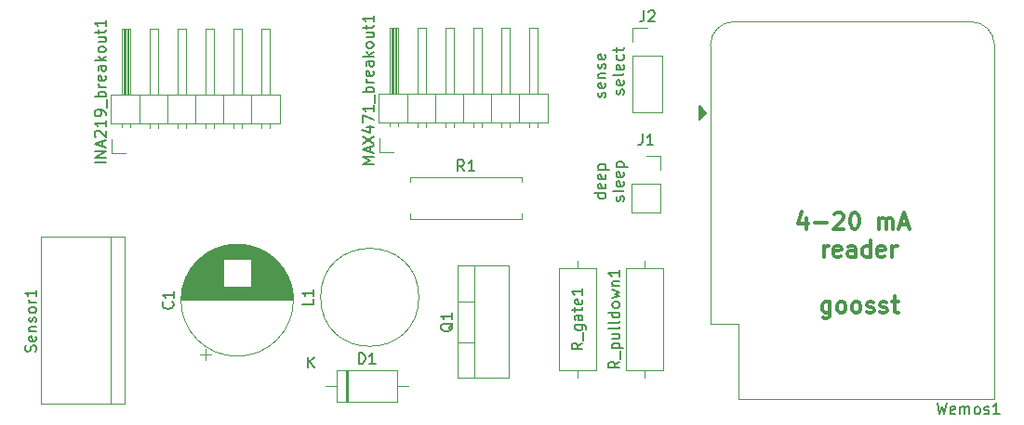
<source format=gbr>
G04 #@! TF.GenerationSoftware,KiCad,Pcbnew,5.1.5+dfsg1-2build2*
G04 #@! TF.CreationDate,2020-08-31T20:47:26+02:00*
G04 #@! TF.ProjectId,fubar,66756261-722e-46b6-9963-61645f706362,rev?*
G04 #@! TF.SameCoordinates,Original*
G04 #@! TF.FileFunction,Legend,Top*
G04 #@! TF.FilePolarity,Positive*
%FSLAX46Y46*%
G04 Gerber Fmt 4.6, Leading zero omitted, Abs format (unit mm)*
G04 Created by KiCad (PCBNEW 5.1.5+dfsg1-2build2) date 2020-08-31 20:47:26*
%MOMM*%
%LPD*%
G04 APERTURE LIST*
%ADD10C,0.152400*%
%ADD11C,0.150000*%
%ADD12C,0.300000*%
%ADD13C,0.120000*%
G04 APERTURE END LIST*
D10*
X173055038Y-68386476D02*
X173103419Y-68289714D01*
X173103419Y-68096190D01*
X173055038Y-67999428D01*
X172958276Y-67951047D01*
X172909895Y-67951047D01*
X172813133Y-67999428D01*
X172764752Y-68096190D01*
X172764752Y-68241333D01*
X172716371Y-68338095D01*
X172619609Y-68386476D01*
X172571228Y-68386476D01*
X172474466Y-68338095D01*
X172426085Y-68241333D01*
X172426085Y-68096190D01*
X172474466Y-67999428D01*
X173055038Y-67128571D02*
X173103419Y-67225333D01*
X173103419Y-67418857D01*
X173055038Y-67515619D01*
X172958276Y-67564000D01*
X172571228Y-67564000D01*
X172474466Y-67515619D01*
X172426085Y-67418857D01*
X172426085Y-67225333D01*
X172474466Y-67128571D01*
X172571228Y-67080190D01*
X172667990Y-67080190D01*
X172764752Y-67564000D01*
X172426085Y-66644761D02*
X173103419Y-66644761D01*
X172522847Y-66644761D02*
X172474466Y-66596380D01*
X172426085Y-66499619D01*
X172426085Y-66354476D01*
X172474466Y-66257714D01*
X172571228Y-66209333D01*
X173103419Y-66209333D01*
X173055038Y-65773904D02*
X173103419Y-65677142D01*
X173103419Y-65483619D01*
X173055038Y-65386857D01*
X172958276Y-65338476D01*
X172909895Y-65338476D01*
X172813133Y-65386857D01*
X172764752Y-65483619D01*
X172764752Y-65628761D01*
X172716371Y-65725523D01*
X172619609Y-65773904D01*
X172571228Y-65773904D01*
X172474466Y-65725523D01*
X172426085Y-65628761D01*
X172426085Y-65483619D01*
X172474466Y-65386857D01*
X173055038Y-64516000D02*
X173103419Y-64612761D01*
X173103419Y-64806285D01*
X173055038Y-64903047D01*
X172958276Y-64951428D01*
X172571228Y-64951428D01*
X172474466Y-64903047D01*
X172426085Y-64806285D01*
X172426085Y-64612761D01*
X172474466Y-64516000D01*
X172571228Y-64467619D01*
X172667990Y-64467619D01*
X172764752Y-64951428D01*
X174731438Y-68120380D02*
X174779819Y-68023619D01*
X174779819Y-67830095D01*
X174731438Y-67733333D01*
X174634676Y-67684952D01*
X174586295Y-67684952D01*
X174489533Y-67733333D01*
X174441152Y-67830095D01*
X174441152Y-67975238D01*
X174392771Y-68072000D01*
X174296009Y-68120380D01*
X174247628Y-68120380D01*
X174150866Y-68072000D01*
X174102485Y-67975238D01*
X174102485Y-67830095D01*
X174150866Y-67733333D01*
X174731438Y-66862476D02*
X174779819Y-66959238D01*
X174779819Y-67152761D01*
X174731438Y-67249523D01*
X174634676Y-67297904D01*
X174247628Y-67297904D01*
X174150866Y-67249523D01*
X174102485Y-67152761D01*
X174102485Y-66959238D01*
X174150866Y-66862476D01*
X174247628Y-66814095D01*
X174344390Y-66814095D01*
X174441152Y-67297904D01*
X174779819Y-66233523D02*
X174731438Y-66330285D01*
X174634676Y-66378666D01*
X173763819Y-66378666D01*
X174731438Y-65459428D02*
X174779819Y-65556190D01*
X174779819Y-65749714D01*
X174731438Y-65846476D01*
X174634676Y-65894857D01*
X174247628Y-65894857D01*
X174150866Y-65846476D01*
X174102485Y-65749714D01*
X174102485Y-65556190D01*
X174150866Y-65459428D01*
X174247628Y-65411047D01*
X174344390Y-65411047D01*
X174441152Y-65894857D01*
X174731438Y-64540190D02*
X174779819Y-64636952D01*
X174779819Y-64830476D01*
X174731438Y-64927238D01*
X174683057Y-64975619D01*
X174586295Y-65024000D01*
X174296009Y-65024000D01*
X174199247Y-64975619D01*
X174150866Y-64927238D01*
X174102485Y-64830476D01*
X174102485Y-64636952D01*
X174150866Y-64540190D01*
X174102485Y-64249904D02*
X174102485Y-63862857D01*
X173763819Y-64104761D02*
X174634676Y-64104761D01*
X174731438Y-64056380D01*
X174779819Y-63959619D01*
X174779819Y-63862857D01*
D11*
X173109380Y-77168238D02*
X172109380Y-77168238D01*
X173061761Y-77168238D02*
X173109380Y-77263476D01*
X173109380Y-77453952D01*
X173061761Y-77549190D01*
X173014142Y-77596809D01*
X172918904Y-77644428D01*
X172633190Y-77644428D01*
X172537952Y-77596809D01*
X172490333Y-77549190D01*
X172442714Y-77453952D01*
X172442714Y-77263476D01*
X172490333Y-77168238D01*
X173061761Y-76311095D02*
X173109380Y-76406333D01*
X173109380Y-76596809D01*
X173061761Y-76692047D01*
X172966523Y-76739666D01*
X172585571Y-76739666D01*
X172490333Y-76692047D01*
X172442714Y-76596809D01*
X172442714Y-76406333D01*
X172490333Y-76311095D01*
X172585571Y-76263476D01*
X172680809Y-76263476D01*
X172776047Y-76739666D01*
X173061761Y-75453952D02*
X173109380Y-75549190D01*
X173109380Y-75739666D01*
X173061761Y-75834904D01*
X172966523Y-75882523D01*
X172585571Y-75882523D01*
X172490333Y-75834904D01*
X172442714Y-75739666D01*
X172442714Y-75549190D01*
X172490333Y-75453952D01*
X172585571Y-75406333D01*
X172680809Y-75406333D01*
X172776047Y-75882523D01*
X172442714Y-74977761D02*
X173442714Y-74977761D01*
X172490333Y-74977761D02*
X172442714Y-74882523D01*
X172442714Y-74692047D01*
X172490333Y-74596809D01*
X172537952Y-74549190D01*
X172633190Y-74501571D01*
X172918904Y-74501571D01*
X173014142Y-74549190D01*
X173061761Y-74596809D01*
X173109380Y-74692047D01*
X173109380Y-74882523D01*
X173061761Y-74977761D01*
X174711761Y-77858714D02*
X174759380Y-77763476D01*
X174759380Y-77573000D01*
X174711761Y-77477761D01*
X174616523Y-77430142D01*
X174568904Y-77430142D01*
X174473666Y-77477761D01*
X174426047Y-77573000D01*
X174426047Y-77715857D01*
X174378428Y-77811095D01*
X174283190Y-77858714D01*
X174235571Y-77858714D01*
X174140333Y-77811095D01*
X174092714Y-77715857D01*
X174092714Y-77573000D01*
X174140333Y-77477761D01*
X174759380Y-76858714D02*
X174711761Y-76953952D01*
X174616523Y-77001571D01*
X173759380Y-77001571D01*
X174711761Y-76096809D02*
X174759380Y-76192047D01*
X174759380Y-76382523D01*
X174711761Y-76477761D01*
X174616523Y-76525380D01*
X174235571Y-76525380D01*
X174140333Y-76477761D01*
X174092714Y-76382523D01*
X174092714Y-76192047D01*
X174140333Y-76096809D01*
X174235571Y-76049190D01*
X174330809Y-76049190D01*
X174426047Y-76525380D01*
X174711761Y-75239666D02*
X174759380Y-75334904D01*
X174759380Y-75525380D01*
X174711761Y-75620619D01*
X174616523Y-75668238D01*
X174235571Y-75668238D01*
X174140333Y-75620619D01*
X174092714Y-75525380D01*
X174092714Y-75334904D01*
X174140333Y-75239666D01*
X174235571Y-75192047D01*
X174330809Y-75192047D01*
X174426047Y-75668238D01*
X174092714Y-74763476D02*
X175092714Y-74763476D01*
X174140333Y-74763476D02*
X174092714Y-74668238D01*
X174092714Y-74477761D01*
X174140333Y-74382523D01*
X174187952Y-74334904D01*
X174283190Y-74287285D01*
X174568904Y-74287285D01*
X174664142Y-74334904D01*
X174711761Y-74382523D01*
X174759380Y-74477761D01*
X174759380Y-74668238D01*
X174711761Y-74763476D01*
D12*
X191357857Y-79419571D02*
X191357857Y-80419571D01*
X191000714Y-78848142D02*
X190643571Y-79919571D01*
X191572142Y-79919571D01*
X192143571Y-79848142D02*
X193286428Y-79848142D01*
X193929285Y-79062428D02*
X194000714Y-78991000D01*
X194143571Y-78919571D01*
X194500714Y-78919571D01*
X194643571Y-78991000D01*
X194715000Y-79062428D01*
X194786428Y-79205285D01*
X194786428Y-79348142D01*
X194715000Y-79562428D01*
X193857857Y-80419571D01*
X194786428Y-80419571D01*
X195715000Y-78919571D02*
X195857857Y-78919571D01*
X196000714Y-78991000D01*
X196072142Y-79062428D01*
X196143571Y-79205285D01*
X196215000Y-79491000D01*
X196215000Y-79848142D01*
X196143571Y-80133857D01*
X196072142Y-80276714D01*
X196000714Y-80348142D01*
X195857857Y-80419571D01*
X195715000Y-80419571D01*
X195572142Y-80348142D01*
X195500714Y-80276714D01*
X195429285Y-80133857D01*
X195357857Y-79848142D01*
X195357857Y-79491000D01*
X195429285Y-79205285D01*
X195500714Y-79062428D01*
X195572142Y-78991000D01*
X195715000Y-78919571D01*
X198000714Y-80419571D02*
X198000714Y-79419571D01*
X198000714Y-79562428D02*
X198072142Y-79491000D01*
X198215000Y-79419571D01*
X198429285Y-79419571D01*
X198572142Y-79491000D01*
X198643571Y-79633857D01*
X198643571Y-80419571D01*
X198643571Y-79633857D02*
X198715000Y-79491000D01*
X198857857Y-79419571D01*
X199072142Y-79419571D01*
X199215000Y-79491000D01*
X199286428Y-79633857D01*
X199286428Y-80419571D01*
X199929285Y-79991000D02*
X200643571Y-79991000D01*
X199786428Y-80419571D02*
X200286428Y-78919571D01*
X200786428Y-80419571D01*
X193000714Y-82969571D02*
X193000714Y-81969571D01*
X193000714Y-82255285D02*
X193072142Y-82112428D01*
X193143571Y-82041000D01*
X193286428Y-81969571D01*
X193429285Y-81969571D01*
X194500714Y-82898142D02*
X194357857Y-82969571D01*
X194072142Y-82969571D01*
X193929285Y-82898142D01*
X193857857Y-82755285D01*
X193857857Y-82183857D01*
X193929285Y-82041000D01*
X194072142Y-81969571D01*
X194357857Y-81969571D01*
X194500714Y-82041000D01*
X194572142Y-82183857D01*
X194572142Y-82326714D01*
X193857857Y-82469571D01*
X195857857Y-82969571D02*
X195857857Y-82183857D01*
X195786428Y-82041000D01*
X195643571Y-81969571D01*
X195357857Y-81969571D01*
X195215000Y-82041000D01*
X195857857Y-82898142D02*
X195715000Y-82969571D01*
X195357857Y-82969571D01*
X195215000Y-82898142D01*
X195143571Y-82755285D01*
X195143571Y-82612428D01*
X195215000Y-82469571D01*
X195357857Y-82398142D01*
X195715000Y-82398142D01*
X195857857Y-82326714D01*
X197215000Y-82969571D02*
X197215000Y-81469571D01*
X197215000Y-82898142D02*
X197072142Y-82969571D01*
X196786428Y-82969571D01*
X196643571Y-82898142D01*
X196572142Y-82826714D01*
X196500714Y-82683857D01*
X196500714Y-82255285D01*
X196572142Y-82112428D01*
X196643571Y-82041000D01*
X196786428Y-81969571D01*
X197072142Y-81969571D01*
X197215000Y-82041000D01*
X198500714Y-82898142D02*
X198357857Y-82969571D01*
X198072142Y-82969571D01*
X197929285Y-82898142D01*
X197857857Y-82755285D01*
X197857857Y-82183857D01*
X197929285Y-82041000D01*
X198072142Y-81969571D01*
X198357857Y-81969571D01*
X198500714Y-82041000D01*
X198572142Y-82183857D01*
X198572142Y-82326714D01*
X197857857Y-82469571D01*
X199215000Y-82969571D02*
X199215000Y-81969571D01*
X199215000Y-82255285D02*
X199286428Y-82112428D01*
X199357857Y-82041000D01*
X199500714Y-81969571D01*
X199643571Y-81969571D01*
X193536428Y-87069571D02*
X193536428Y-88283857D01*
X193465000Y-88426714D01*
X193393571Y-88498142D01*
X193250714Y-88569571D01*
X193036428Y-88569571D01*
X192893571Y-88498142D01*
X193536428Y-87998142D02*
X193393571Y-88069571D01*
X193107857Y-88069571D01*
X192965000Y-87998142D01*
X192893571Y-87926714D01*
X192822142Y-87783857D01*
X192822142Y-87355285D01*
X192893571Y-87212428D01*
X192965000Y-87141000D01*
X193107857Y-87069571D01*
X193393571Y-87069571D01*
X193536428Y-87141000D01*
X194465000Y-88069571D02*
X194322142Y-87998142D01*
X194250714Y-87926714D01*
X194179285Y-87783857D01*
X194179285Y-87355285D01*
X194250714Y-87212428D01*
X194322142Y-87141000D01*
X194465000Y-87069571D01*
X194679285Y-87069571D01*
X194822142Y-87141000D01*
X194893571Y-87212428D01*
X194965000Y-87355285D01*
X194965000Y-87783857D01*
X194893571Y-87926714D01*
X194822142Y-87998142D01*
X194679285Y-88069571D01*
X194465000Y-88069571D01*
X195822142Y-88069571D02*
X195679285Y-87998142D01*
X195607857Y-87926714D01*
X195536428Y-87783857D01*
X195536428Y-87355285D01*
X195607857Y-87212428D01*
X195679285Y-87141000D01*
X195822142Y-87069571D01*
X196036428Y-87069571D01*
X196179285Y-87141000D01*
X196250714Y-87212428D01*
X196322142Y-87355285D01*
X196322142Y-87783857D01*
X196250714Y-87926714D01*
X196179285Y-87998142D01*
X196036428Y-88069571D01*
X195822142Y-88069571D01*
X196893571Y-87998142D02*
X197036428Y-88069571D01*
X197322142Y-88069571D01*
X197465000Y-87998142D01*
X197536428Y-87855285D01*
X197536428Y-87783857D01*
X197465000Y-87641000D01*
X197322142Y-87569571D01*
X197107857Y-87569571D01*
X196965000Y-87498142D01*
X196893571Y-87355285D01*
X196893571Y-87283857D01*
X196965000Y-87141000D01*
X197107857Y-87069571D01*
X197322142Y-87069571D01*
X197465000Y-87141000D01*
X198107857Y-87998142D02*
X198250714Y-88069571D01*
X198536428Y-88069571D01*
X198679285Y-87998142D01*
X198750714Y-87855285D01*
X198750714Y-87783857D01*
X198679285Y-87641000D01*
X198536428Y-87569571D01*
X198322142Y-87569571D01*
X198179285Y-87498142D01*
X198107857Y-87355285D01*
X198107857Y-87283857D01*
X198179285Y-87141000D01*
X198322142Y-87069571D01*
X198536428Y-87069571D01*
X198679285Y-87141000D01*
X199179285Y-87069571D02*
X199750714Y-87069571D01*
X199393571Y-86569571D02*
X199393571Y-87855285D01*
X199465000Y-87998142D01*
X199607857Y-88069571D01*
X199750714Y-88069571D01*
D13*
X175454000Y-76327000D02*
X178114000Y-76327000D01*
X175454000Y-76327000D02*
X175454000Y-78927000D01*
X175454000Y-78927000D02*
X178114000Y-78927000D01*
X178114000Y-76327000D02*
X178114000Y-78927000D01*
X178114000Y-73727000D02*
X178114000Y-75057000D01*
X176784000Y-73727000D02*
X178114000Y-73727000D01*
X129286000Y-96393000D02*
X121666000Y-96393000D01*
X129286000Y-81153000D02*
X121666000Y-81153000D01*
X128016000Y-96393000D02*
X128016000Y-81153000D01*
X121666000Y-96393000D02*
X121666000Y-81153000D01*
X129286000Y-96393000D02*
X129286000Y-81153000D01*
X185190000Y-95970000D02*
X208510000Y-95970000D01*
X182650000Y-89070000D02*
X182650000Y-63640000D01*
X208510000Y-95970000D02*
X208510000Y-63640000D01*
X206390000Y-61510000D02*
X184780000Y-61510000D01*
D11*
G36*
X181610000Y-69215000D02*
G01*
X181610000Y-70485000D01*
X182245000Y-69850000D01*
X181610000Y-69215000D01*
G37*
X181610000Y-69215000D02*
X181610000Y-70485000D01*
X182245000Y-69850000D01*
X181610000Y-69215000D01*
D13*
X182650000Y-89070000D02*
X185190000Y-89070000D01*
X185190000Y-89070000D02*
X185190000Y-95970000D01*
X182650000Y-63640000D02*
G75*
G02X184780000Y-61510000I2130000J0D01*
G01*
X206380000Y-61510000D02*
G75*
G02X208510000Y-63640000I0J-2130000D01*
G01*
X144693000Y-86908000D02*
G75*
G03X144693000Y-86908000I-5120000J0D01*
G01*
X134493000Y-86908000D02*
X144653000Y-86908000D01*
X134493000Y-86868000D02*
X144653000Y-86868000D01*
X134493000Y-86828000D02*
X144653000Y-86828000D01*
X134494000Y-86788000D02*
X144652000Y-86788000D01*
X134495000Y-86748000D02*
X144651000Y-86748000D01*
X134496000Y-86708000D02*
X144650000Y-86708000D01*
X134498000Y-86668000D02*
X144648000Y-86668000D01*
X134500000Y-86628000D02*
X144646000Y-86628000D01*
X134503000Y-86588000D02*
X144643000Y-86588000D01*
X134505000Y-86548000D02*
X144641000Y-86548000D01*
X134508000Y-86508000D02*
X144638000Y-86508000D01*
X134511000Y-86468000D02*
X144635000Y-86468000D01*
X134515000Y-86428000D02*
X144631000Y-86428000D01*
X134519000Y-86388000D02*
X144627000Y-86388000D01*
X134523000Y-86348000D02*
X144623000Y-86348000D01*
X134528000Y-86308000D02*
X144618000Y-86308000D01*
X134533000Y-86268000D02*
X144613000Y-86268000D01*
X134538000Y-86228000D02*
X144608000Y-86228000D01*
X134543000Y-86187000D02*
X144603000Y-86187000D01*
X134549000Y-86147000D02*
X144597000Y-86147000D01*
X134555000Y-86107000D02*
X144591000Y-86107000D01*
X134562000Y-86067000D02*
X144584000Y-86067000D01*
X134569000Y-86027000D02*
X144577000Y-86027000D01*
X134576000Y-85987000D02*
X144570000Y-85987000D01*
X134583000Y-85947000D02*
X144563000Y-85947000D01*
X134591000Y-85907000D02*
X144555000Y-85907000D01*
X134599000Y-85867000D02*
X144547000Y-85867000D01*
X134608000Y-85827000D02*
X144538000Y-85827000D01*
X134617000Y-85787000D02*
X144529000Y-85787000D01*
X134626000Y-85747000D02*
X144520000Y-85747000D01*
X134635000Y-85707000D02*
X144511000Y-85707000D01*
X134645000Y-85667000D02*
X144501000Y-85667000D01*
X134655000Y-85627000D02*
X138332000Y-85627000D01*
X140814000Y-85627000D02*
X144491000Y-85627000D01*
X134666000Y-85587000D02*
X138332000Y-85587000D01*
X140814000Y-85587000D02*
X144480000Y-85587000D01*
X134676000Y-85547000D02*
X138332000Y-85547000D01*
X140814000Y-85547000D02*
X144470000Y-85547000D01*
X134688000Y-85507000D02*
X138332000Y-85507000D01*
X140814000Y-85507000D02*
X144458000Y-85507000D01*
X134699000Y-85467000D02*
X138332000Y-85467000D01*
X140814000Y-85467000D02*
X144447000Y-85467000D01*
X134711000Y-85427000D02*
X138332000Y-85427000D01*
X140814000Y-85427000D02*
X144435000Y-85427000D01*
X134723000Y-85387000D02*
X138332000Y-85387000D01*
X140814000Y-85387000D02*
X144423000Y-85387000D01*
X134736000Y-85347000D02*
X138332000Y-85347000D01*
X140814000Y-85347000D02*
X144410000Y-85347000D01*
X134749000Y-85307000D02*
X138332000Y-85307000D01*
X140814000Y-85307000D02*
X144397000Y-85307000D01*
X134762000Y-85267000D02*
X138332000Y-85267000D01*
X140814000Y-85267000D02*
X144384000Y-85267000D01*
X134776000Y-85227000D02*
X138332000Y-85227000D01*
X140814000Y-85227000D02*
X144370000Y-85227000D01*
X134790000Y-85187000D02*
X138332000Y-85187000D01*
X140814000Y-85187000D02*
X144356000Y-85187000D01*
X134805000Y-85147000D02*
X138332000Y-85147000D01*
X140814000Y-85147000D02*
X144341000Y-85147000D01*
X134819000Y-85107000D02*
X138332000Y-85107000D01*
X140814000Y-85107000D02*
X144327000Y-85107000D01*
X134835000Y-85067000D02*
X138332000Y-85067000D01*
X140814000Y-85067000D02*
X144311000Y-85067000D01*
X134850000Y-85027000D02*
X138332000Y-85027000D01*
X140814000Y-85027000D02*
X144296000Y-85027000D01*
X134866000Y-84987000D02*
X138332000Y-84987000D01*
X140814000Y-84987000D02*
X144280000Y-84987000D01*
X134883000Y-84947000D02*
X138332000Y-84947000D01*
X140814000Y-84947000D02*
X144263000Y-84947000D01*
X134899000Y-84907000D02*
X138332000Y-84907000D01*
X140814000Y-84907000D02*
X144247000Y-84907000D01*
X134916000Y-84867000D02*
X138332000Y-84867000D01*
X140814000Y-84867000D02*
X144230000Y-84867000D01*
X134934000Y-84827000D02*
X138332000Y-84827000D01*
X140814000Y-84827000D02*
X144212000Y-84827000D01*
X134952000Y-84787000D02*
X138332000Y-84787000D01*
X140814000Y-84787000D02*
X144194000Y-84787000D01*
X134970000Y-84747000D02*
X138332000Y-84747000D01*
X140814000Y-84747000D02*
X144176000Y-84747000D01*
X134989000Y-84707000D02*
X138332000Y-84707000D01*
X140814000Y-84707000D02*
X144157000Y-84707000D01*
X135009000Y-84667000D02*
X138332000Y-84667000D01*
X140814000Y-84667000D02*
X144137000Y-84667000D01*
X135028000Y-84627000D02*
X138332000Y-84627000D01*
X140814000Y-84627000D02*
X144118000Y-84627000D01*
X135048000Y-84587000D02*
X138332000Y-84587000D01*
X140814000Y-84587000D02*
X144098000Y-84587000D01*
X135069000Y-84547000D02*
X138332000Y-84547000D01*
X140814000Y-84547000D02*
X144077000Y-84547000D01*
X135090000Y-84507000D02*
X138332000Y-84507000D01*
X140814000Y-84507000D02*
X144056000Y-84507000D01*
X135111000Y-84467000D02*
X138332000Y-84467000D01*
X140814000Y-84467000D02*
X144035000Y-84467000D01*
X135133000Y-84427000D02*
X138332000Y-84427000D01*
X140814000Y-84427000D02*
X144013000Y-84427000D01*
X135156000Y-84387000D02*
X138332000Y-84387000D01*
X140814000Y-84387000D02*
X143990000Y-84387000D01*
X135178000Y-84347000D02*
X138332000Y-84347000D01*
X140814000Y-84347000D02*
X143968000Y-84347000D01*
X135202000Y-84307000D02*
X138332000Y-84307000D01*
X140814000Y-84307000D02*
X143944000Y-84307000D01*
X135226000Y-84267000D02*
X138332000Y-84267000D01*
X140814000Y-84267000D02*
X143920000Y-84267000D01*
X135250000Y-84227000D02*
X138332000Y-84227000D01*
X140814000Y-84227000D02*
X143896000Y-84227000D01*
X135275000Y-84187000D02*
X138332000Y-84187000D01*
X140814000Y-84187000D02*
X143871000Y-84187000D01*
X135300000Y-84147000D02*
X138332000Y-84147000D01*
X140814000Y-84147000D02*
X143846000Y-84147000D01*
X135326000Y-84107000D02*
X138332000Y-84107000D01*
X140814000Y-84107000D02*
X143820000Y-84107000D01*
X135352000Y-84067000D02*
X138332000Y-84067000D01*
X140814000Y-84067000D02*
X143794000Y-84067000D01*
X135379000Y-84027000D02*
X138332000Y-84027000D01*
X140814000Y-84027000D02*
X143767000Y-84027000D01*
X135407000Y-83987000D02*
X138332000Y-83987000D01*
X140814000Y-83987000D02*
X143739000Y-83987000D01*
X135435000Y-83947000D02*
X138332000Y-83947000D01*
X140814000Y-83947000D02*
X143711000Y-83947000D01*
X135463000Y-83907000D02*
X138332000Y-83907000D01*
X140814000Y-83907000D02*
X143683000Y-83907000D01*
X135493000Y-83867000D02*
X138332000Y-83867000D01*
X140814000Y-83867000D02*
X143653000Y-83867000D01*
X135523000Y-83827000D02*
X138332000Y-83827000D01*
X140814000Y-83827000D02*
X143623000Y-83827000D01*
X135553000Y-83787000D02*
X138332000Y-83787000D01*
X140814000Y-83787000D02*
X143593000Y-83787000D01*
X135584000Y-83747000D02*
X138332000Y-83747000D01*
X140814000Y-83747000D02*
X143562000Y-83747000D01*
X135616000Y-83707000D02*
X138332000Y-83707000D01*
X140814000Y-83707000D02*
X143530000Y-83707000D01*
X135648000Y-83667000D02*
X138332000Y-83667000D01*
X140814000Y-83667000D02*
X143498000Y-83667000D01*
X135681000Y-83627000D02*
X138332000Y-83627000D01*
X140814000Y-83627000D02*
X143465000Y-83627000D01*
X135715000Y-83587000D02*
X138332000Y-83587000D01*
X140814000Y-83587000D02*
X143431000Y-83587000D01*
X135749000Y-83547000D02*
X138332000Y-83547000D01*
X140814000Y-83547000D02*
X143397000Y-83547000D01*
X135784000Y-83507000D02*
X138332000Y-83507000D01*
X140814000Y-83507000D02*
X143362000Y-83507000D01*
X135820000Y-83467000D02*
X138332000Y-83467000D01*
X140814000Y-83467000D02*
X143326000Y-83467000D01*
X135857000Y-83427000D02*
X138332000Y-83427000D01*
X140814000Y-83427000D02*
X143289000Y-83427000D01*
X135894000Y-83387000D02*
X138332000Y-83387000D01*
X140814000Y-83387000D02*
X143252000Y-83387000D01*
X135933000Y-83347000D02*
X138332000Y-83347000D01*
X140814000Y-83347000D02*
X143213000Y-83347000D01*
X135972000Y-83307000D02*
X138332000Y-83307000D01*
X140814000Y-83307000D02*
X143174000Y-83307000D01*
X136012000Y-83267000D02*
X138332000Y-83267000D01*
X140814000Y-83267000D02*
X143134000Y-83267000D01*
X136053000Y-83227000D02*
X138332000Y-83227000D01*
X140814000Y-83227000D02*
X143093000Y-83227000D01*
X136095000Y-83187000D02*
X138332000Y-83187000D01*
X140814000Y-83187000D02*
X143051000Y-83187000D01*
X136137000Y-83147000D02*
X143009000Y-83147000D01*
X136181000Y-83107000D02*
X142965000Y-83107000D01*
X136226000Y-83067000D02*
X142920000Y-83067000D01*
X136272000Y-83027000D02*
X142874000Y-83027000D01*
X136319000Y-82987000D02*
X142827000Y-82987000D01*
X136367000Y-82947000D02*
X142779000Y-82947000D01*
X136417000Y-82907000D02*
X142729000Y-82907000D01*
X136467000Y-82867000D02*
X142679000Y-82867000D01*
X136519000Y-82827000D02*
X142627000Y-82827000D01*
X136573000Y-82787000D02*
X142573000Y-82787000D01*
X136628000Y-82747000D02*
X142518000Y-82747000D01*
X136684000Y-82707000D02*
X142462000Y-82707000D01*
X136743000Y-82667000D02*
X142403000Y-82667000D01*
X136803000Y-82627000D02*
X142343000Y-82627000D01*
X136864000Y-82587000D02*
X142282000Y-82587000D01*
X136928000Y-82547000D02*
X142218000Y-82547000D01*
X136994000Y-82507000D02*
X142152000Y-82507000D01*
X137063000Y-82467000D02*
X142083000Y-82467000D01*
X137134000Y-82427000D02*
X142012000Y-82427000D01*
X137208000Y-82387000D02*
X141938000Y-82387000D01*
X137284000Y-82347000D02*
X141862000Y-82347000D01*
X137364000Y-82307000D02*
X141782000Y-82307000D01*
X137448000Y-82267000D02*
X141698000Y-82267000D01*
X137536000Y-82227000D02*
X141610000Y-82227000D01*
X137629000Y-82187000D02*
X141517000Y-82187000D01*
X137727000Y-82147000D02*
X141419000Y-82147000D01*
X137831000Y-82107000D02*
X141315000Y-82107000D01*
X137943000Y-82067000D02*
X141203000Y-82067000D01*
X138063000Y-82027000D02*
X141083000Y-82027000D01*
X138195000Y-81987000D02*
X140951000Y-81987000D01*
X138343000Y-81947000D02*
X140803000Y-81947000D01*
X138511000Y-81907000D02*
X140635000Y-81907000D01*
X138711000Y-81867000D02*
X140435000Y-81867000D01*
X138974000Y-81827000D02*
X140172000Y-81827000D01*
X136698000Y-92387646D02*
X136698000Y-91387646D01*
X136198000Y-91887646D02*
X137198000Y-91887646D01*
X148664000Y-93272000D02*
X148664000Y-96212000D01*
X148664000Y-96212000D02*
X154104000Y-96212000D01*
X154104000Y-96212000D02*
X154104000Y-93272000D01*
X154104000Y-93272000D02*
X148664000Y-93272000D01*
X147644000Y-94742000D02*
X148664000Y-94742000D01*
X155124000Y-94742000D02*
X154104000Y-94742000D01*
X149564000Y-93272000D02*
X149564000Y-96212000D01*
X149684000Y-93272000D02*
X149684000Y-96212000D01*
X149444000Y-93272000D02*
X149444000Y-96212000D01*
X128143000Y-73533000D02*
X128143000Y-72263000D01*
X129413000Y-73533000D02*
X128143000Y-73533000D01*
X142493000Y-71220071D02*
X142493000Y-70823000D01*
X141733000Y-71220071D02*
X141733000Y-70823000D01*
X142493000Y-62163000D02*
X142493000Y-68163000D01*
X141733000Y-62163000D02*
X142493000Y-62163000D01*
X141733000Y-68163000D02*
X141733000Y-62163000D01*
X140843000Y-70823000D02*
X140843000Y-68163000D01*
X139953000Y-71220071D02*
X139953000Y-70823000D01*
X139193000Y-71220071D02*
X139193000Y-70823000D01*
X139953000Y-62163000D02*
X139953000Y-68163000D01*
X139193000Y-62163000D02*
X139953000Y-62163000D01*
X139193000Y-68163000D02*
X139193000Y-62163000D01*
X138303000Y-70823000D02*
X138303000Y-68163000D01*
X137413000Y-71220071D02*
X137413000Y-70823000D01*
X136653000Y-71220071D02*
X136653000Y-70823000D01*
X137413000Y-62163000D02*
X137413000Y-68163000D01*
X136653000Y-62163000D02*
X137413000Y-62163000D01*
X136653000Y-68163000D02*
X136653000Y-62163000D01*
X135763000Y-70823000D02*
X135763000Y-68163000D01*
X134873000Y-71220071D02*
X134873000Y-70823000D01*
X134113000Y-71220071D02*
X134113000Y-70823000D01*
X134873000Y-62163000D02*
X134873000Y-68163000D01*
X134113000Y-62163000D02*
X134873000Y-62163000D01*
X134113000Y-68163000D02*
X134113000Y-62163000D01*
X133223000Y-70823000D02*
X133223000Y-68163000D01*
X132333000Y-71220071D02*
X132333000Y-70823000D01*
X131573000Y-71220071D02*
X131573000Y-70823000D01*
X132333000Y-62163000D02*
X132333000Y-68163000D01*
X131573000Y-62163000D02*
X132333000Y-62163000D01*
X131573000Y-68163000D02*
X131573000Y-62163000D01*
X130683000Y-70823000D02*
X130683000Y-68163000D01*
X129793000Y-71153000D02*
X129793000Y-70823000D01*
X129033000Y-71153000D02*
X129033000Y-70823000D01*
X129693000Y-68163000D02*
X129693000Y-62163000D01*
X129573000Y-68163000D02*
X129573000Y-62163000D01*
X129453000Y-68163000D02*
X129453000Y-62163000D01*
X129333000Y-68163000D02*
X129333000Y-62163000D01*
X129213000Y-68163000D02*
X129213000Y-62163000D01*
X129093000Y-68163000D02*
X129093000Y-62163000D01*
X129793000Y-62163000D02*
X129793000Y-68163000D01*
X129033000Y-62163000D02*
X129793000Y-62163000D01*
X129033000Y-68163000D02*
X129033000Y-62163000D01*
X128083000Y-68163000D02*
X128083000Y-70823000D01*
X143443000Y-68163000D02*
X128083000Y-68163000D01*
X143443000Y-70823000D02*
X143443000Y-68163000D01*
X128083000Y-70823000D02*
X143443000Y-70823000D01*
X175581000Y-69783000D02*
X178241000Y-69783000D01*
X175581000Y-64643000D02*
X175581000Y-69783000D01*
X178241000Y-64643000D02*
X178241000Y-69783000D01*
X175581000Y-64643000D02*
X178241000Y-64643000D01*
X175581000Y-63373000D02*
X175581000Y-62043000D01*
X175581000Y-62043000D02*
X176911000Y-62043000D01*
X156108000Y-86654000D02*
G75*
G03X156108000Y-86654000I-4470000J0D01*
G01*
X152467000Y-70696000D02*
X167827000Y-70696000D01*
X167827000Y-70696000D02*
X167827000Y-68036000D01*
X167827000Y-68036000D02*
X152467000Y-68036000D01*
X152467000Y-68036000D02*
X152467000Y-70696000D01*
X153417000Y-68036000D02*
X153417000Y-62036000D01*
X153417000Y-62036000D02*
X154177000Y-62036000D01*
X154177000Y-62036000D02*
X154177000Y-68036000D01*
X153477000Y-68036000D02*
X153477000Y-62036000D01*
X153597000Y-68036000D02*
X153597000Y-62036000D01*
X153717000Y-68036000D02*
X153717000Y-62036000D01*
X153837000Y-68036000D02*
X153837000Y-62036000D01*
X153957000Y-68036000D02*
X153957000Y-62036000D01*
X154077000Y-68036000D02*
X154077000Y-62036000D01*
X153417000Y-71026000D02*
X153417000Y-70696000D01*
X154177000Y-71026000D02*
X154177000Y-70696000D01*
X155067000Y-70696000D02*
X155067000Y-68036000D01*
X155957000Y-68036000D02*
X155957000Y-62036000D01*
X155957000Y-62036000D02*
X156717000Y-62036000D01*
X156717000Y-62036000D02*
X156717000Y-68036000D01*
X155957000Y-71093071D02*
X155957000Y-70696000D01*
X156717000Y-71093071D02*
X156717000Y-70696000D01*
X157607000Y-70696000D02*
X157607000Y-68036000D01*
X158497000Y-68036000D02*
X158497000Y-62036000D01*
X158497000Y-62036000D02*
X159257000Y-62036000D01*
X159257000Y-62036000D02*
X159257000Y-68036000D01*
X158497000Y-71093071D02*
X158497000Y-70696000D01*
X159257000Y-71093071D02*
X159257000Y-70696000D01*
X160147000Y-70696000D02*
X160147000Y-68036000D01*
X161037000Y-68036000D02*
X161037000Y-62036000D01*
X161037000Y-62036000D02*
X161797000Y-62036000D01*
X161797000Y-62036000D02*
X161797000Y-68036000D01*
X161037000Y-71093071D02*
X161037000Y-70696000D01*
X161797000Y-71093071D02*
X161797000Y-70696000D01*
X162687000Y-70696000D02*
X162687000Y-68036000D01*
X163577000Y-68036000D02*
X163577000Y-62036000D01*
X163577000Y-62036000D02*
X164337000Y-62036000D01*
X164337000Y-62036000D02*
X164337000Y-68036000D01*
X163577000Y-71093071D02*
X163577000Y-70696000D01*
X164337000Y-71093071D02*
X164337000Y-70696000D01*
X165227000Y-70696000D02*
X165227000Y-68036000D01*
X166117000Y-68036000D02*
X166117000Y-62036000D01*
X166117000Y-62036000D02*
X166877000Y-62036000D01*
X166877000Y-62036000D02*
X166877000Y-68036000D01*
X166117000Y-71093071D02*
X166117000Y-70696000D01*
X166877000Y-71093071D02*
X166877000Y-70696000D01*
X153797000Y-73406000D02*
X152527000Y-73406000D01*
X152527000Y-73406000D02*
X152527000Y-72136000D01*
X159671000Y-94020000D02*
X159671000Y-83780000D01*
X164312000Y-94020000D02*
X164312000Y-83780000D01*
X159671000Y-94020000D02*
X164312000Y-94020000D01*
X159671000Y-83780000D02*
X164312000Y-83780000D01*
X161181000Y-94020000D02*
X161181000Y-83780000D01*
X159671000Y-90750000D02*
X161181000Y-90750000D01*
X159671000Y-87049000D02*
X161181000Y-87049000D01*
X155331000Y-76157000D02*
X155331000Y-75677000D01*
X155331000Y-75677000D02*
X165471000Y-75677000D01*
X165471000Y-75677000D02*
X165471000Y-76157000D01*
X155331000Y-79037000D02*
X155331000Y-79517000D01*
X155331000Y-79517000D02*
X165471000Y-79517000D01*
X165471000Y-79517000D02*
X165471000Y-79037000D01*
X176657000Y-83336000D02*
X176657000Y-84026000D01*
X176657000Y-93956000D02*
X176657000Y-93266000D01*
X174937000Y-84026000D02*
X174937000Y-93266000D01*
X178377000Y-84026000D02*
X174937000Y-84026000D01*
X178377000Y-93266000D02*
X178377000Y-84026000D01*
X174937000Y-93266000D02*
X178377000Y-93266000D01*
X172281000Y-84026000D02*
X168841000Y-84026000D01*
X168841000Y-84026000D02*
X168841000Y-93266000D01*
X168841000Y-93266000D02*
X172281000Y-93266000D01*
X172281000Y-93266000D02*
X172281000Y-84026000D01*
X170561000Y-83336000D02*
X170561000Y-84026000D01*
X170561000Y-93956000D02*
X170561000Y-93266000D01*
D11*
X176450666Y-71739380D02*
X176450666Y-72453666D01*
X176403047Y-72596523D01*
X176307809Y-72691761D01*
X176164952Y-72739380D01*
X176069714Y-72739380D01*
X177450666Y-72739380D02*
X176879238Y-72739380D01*
X177164952Y-72739380D02*
X177164952Y-71739380D01*
X177069714Y-71882238D01*
X176974476Y-71977476D01*
X176879238Y-72025095D01*
X121230761Y-91612523D02*
X121278380Y-91469666D01*
X121278380Y-91231571D01*
X121230761Y-91136333D01*
X121183142Y-91088714D01*
X121087904Y-91041095D01*
X120992666Y-91041095D01*
X120897428Y-91088714D01*
X120849809Y-91136333D01*
X120802190Y-91231571D01*
X120754571Y-91422047D01*
X120706952Y-91517285D01*
X120659333Y-91564904D01*
X120564095Y-91612523D01*
X120468857Y-91612523D01*
X120373619Y-91564904D01*
X120326000Y-91517285D01*
X120278380Y-91422047D01*
X120278380Y-91183952D01*
X120326000Y-91041095D01*
X121230761Y-90231571D02*
X121278380Y-90326809D01*
X121278380Y-90517285D01*
X121230761Y-90612523D01*
X121135523Y-90660142D01*
X120754571Y-90660142D01*
X120659333Y-90612523D01*
X120611714Y-90517285D01*
X120611714Y-90326809D01*
X120659333Y-90231571D01*
X120754571Y-90183952D01*
X120849809Y-90183952D01*
X120945047Y-90660142D01*
X120611714Y-89755380D02*
X121278380Y-89755380D01*
X120706952Y-89755380D02*
X120659333Y-89707761D01*
X120611714Y-89612523D01*
X120611714Y-89469666D01*
X120659333Y-89374428D01*
X120754571Y-89326809D01*
X121278380Y-89326809D01*
X121230761Y-88898238D02*
X121278380Y-88803000D01*
X121278380Y-88612523D01*
X121230761Y-88517285D01*
X121135523Y-88469666D01*
X121087904Y-88469666D01*
X120992666Y-88517285D01*
X120945047Y-88612523D01*
X120945047Y-88755380D01*
X120897428Y-88850619D01*
X120802190Y-88898238D01*
X120754571Y-88898238D01*
X120659333Y-88850619D01*
X120611714Y-88755380D01*
X120611714Y-88612523D01*
X120659333Y-88517285D01*
X121278380Y-87898238D02*
X121230761Y-87993476D01*
X121183142Y-88041095D01*
X121087904Y-88088714D01*
X120802190Y-88088714D01*
X120706952Y-88041095D01*
X120659333Y-87993476D01*
X120611714Y-87898238D01*
X120611714Y-87755380D01*
X120659333Y-87660142D01*
X120706952Y-87612523D01*
X120802190Y-87564904D01*
X121087904Y-87564904D01*
X121183142Y-87612523D01*
X121230761Y-87660142D01*
X121278380Y-87755380D01*
X121278380Y-87898238D01*
X121278380Y-87136333D02*
X120611714Y-87136333D01*
X120802190Y-87136333D02*
X120706952Y-87088714D01*
X120659333Y-87041095D01*
X120611714Y-86945857D01*
X120611714Y-86850619D01*
X121278380Y-85993476D02*
X121278380Y-86564904D01*
X121278380Y-86279190D02*
X120278380Y-86279190D01*
X120421238Y-86374428D01*
X120516476Y-86469666D01*
X120564095Y-86564904D01*
X203292857Y-96302380D02*
X203530952Y-97302380D01*
X203721428Y-96588095D01*
X203911904Y-97302380D01*
X204150000Y-96302380D01*
X204911904Y-97254761D02*
X204816666Y-97302380D01*
X204626190Y-97302380D01*
X204530952Y-97254761D01*
X204483333Y-97159523D01*
X204483333Y-96778571D01*
X204530952Y-96683333D01*
X204626190Y-96635714D01*
X204816666Y-96635714D01*
X204911904Y-96683333D01*
X204959523Y-96778571D01*
X204959523Y-96873809D01*
X204483333Y-96969047D01*
X205388095Y-97302380D02*
X205388095Y-96635714D01*
X205388095Y-96730952D02*
X205435714Y-96683333D01*
X205530952Y-96635714D01*
X205673809Y-96635714D01*
X205769047Y-96683333D01*
X205816666Y-96778571D01*
X205816666Y-97302380D01*
X205816666Y-96778571D02*
X205864285Y-96683333D01*
X205959523Y-96635714D01*
X206102380Y-96635714D01*
X206197619Y-96683333D01*
X206245238Y-96778571D01*
X206245238Y-97302380D01*
X206864285Y-97302380D02*
X206769047Y-97254761D01*
X206721428Y-97207142D01*
X206673809Y-97111904D01*
X206673809Y-96826190D01*
X206721428Y-96730952D01*
X206769047Y-96683333D01*
X206864285Y-96635714D01*
X207007142Y-96635714D01*
X207102380Y-96683333D01*
X207150000Y-96730952D01*
X207197619Y-96826190D01*
X207197619Y-97111904D01*
X207150000Y-97207142D01*
X207102380Y-97254761D01*
X207007142Y-97302380D01*
X206864285Y-97302380D01*
X207578571Y-97254761D02*
X207673809Y-97302380D01*
X207864285Y-97302380D01*
X207959523Y-97254761D01*
X208007142Y-97159523D01*
X208007142Y-97111904D01*
X207959523Y-97016666D01*
X207864285Y-96969047D01*
X207721428Y-96969047D01*
X207626190Y-96921428D01*
X207578571Y-96826190D01*
X207578571Y-96778571D01*
X207626190Y-96683333D01*
X207721428Y-96635714D01*
X207864285Y-96635714D01*
X207959523Y-96683333D01*
X208959523Y-97302380D02*
X208388095Y-97302380D01*
X208673809Y-97302380D02*
X208673809Y-96302380D01*
X208578571Y-96445238D01*
X208483333Y-96540476D01*
X208388095Y-96588095D01*
X133680142Y-87074666D02*
X133727761Y-87122285D01*
X133775380Y-87265142D01*
X133775380Y-87360380D01*
X133727761Y-87503238D01*
X133632523Y-87598476D01*
X133537285Y-87646095D01*
X133346809Y-87693714D01*
X133203952Y-87693714D01*
X133013476Y-87646095D01*
X132918238Y-87598476D01*
X132823000Y-87503238D01*
X132775380Y-87360380D01*
X132775380Y-87265142D01*
X132823000Y-87122285D01*
X132870619Y-87074666D01*
X133775380Y-86122285D02*
X133775380Y-86693714D01*
X133775380Y-86408000D02*
X132775380Y-86408000D01*
X132918238Y-86503238D01*
X133013476Y-86598476D01*
X133061095Y-86693714D01*
X150645904Y-92724380D02*
X150645904Y-91724380D01*
X150884000Y-91724380D01*
X151026857Y-91772000D01*
X151122095Y-91867238D01*
X151169714Y-91962476D01*
X151217333Y-92152952D01*
X151217333Y-92295809D01*
X151169714Y-92486285D01*
X151122095Y-92581523D01*
X151026857Y-92676761D01*
X150884000Y-92724380D01*
X150645904Y-92724380D01*
X152169714Y-92724380D02*
X151598285Y-92724380D01*
X151884000Y-92724380D02*
X151884000Y-91724380D01*
X151788761Y-91867238D01*
X151693523Y-91962476D01*
X151598285Y-92010095D01*
X146042095Y-93094380D02*
X146042095Y-92094380D01*
X146613523Y-93094380D02*
X146184952Y-92522952D01*
X146613523Y-92094380D02*
X146042095Y-92665809D01*
X127595380Y-74354190D02*
X126595380Y-74354190D01*
X127595380Y-73878000D02*
X126595380Y-73878000D01*
X127595380Y-73306571D01*
X126595380Y-73306571D01*
X127309666Y-72878000D02*
X127309666Y-72401809D01*
X127595380Y-72973238D02*
X126595380Y-72639904D01*
X127595380Y-72306571D01*
X126690619Y-72020857D02*
X126643000Y-71973238D01*
X126595380Y-71878000D01*
X126595380Y-71639904D01*
X126643000Y-71544666D01*
X126690619Y-71497047D01*
X126785857Y-71449428D01*
X126881095Y-71449428D01*
X127023952Y-71497047D01*
X127595380Y-72068476D01*
X127595380Y-71449428D01*
X127595380Y-70497047D02*
X127595380Y-71068476D01*
X127595380Y-70782761D02*
X126595380Y-70782761D01*
X126738238Y-70878000D01*
X126833476Y-70973238D01*
X126881095Y-71068476D01*
X127595380Y-70020857D02*
X127595380Y-69830380D01*
X127547761Y-69735142D01*
X127500142Y-69687523D01*
X127357285Y-69592285D01*
X127166809Y-69544666D01*
X126785857Y-69544666D01*
X126690619Y-69592285D01*
X126643000Y-69639904D01*
X126595380Y-69735142D01*
X126595380Y-69925619D01*
X126643000Y-70020857D01*
X126690619Y-70068476D01*
X126785857Y-70116095D01*
X127023952Y-70116095D01*
X127119190Y-70068476D01*
X127166809Y-70020857D01*
X127214428Y-69925619D01*
X127214428Y-69735142D01*
X127166809Y-69639904D01*
X127119190Y-69592285D01*
X127023952Y-69544666D01*
X127690619Y-69354190D02*
X127690619Y-68592285D01*
X127595380Y-68354190D02*
X126595380Y-68354190D01*
X126976333Y-68354190D02*
X126928714Y-68258952D01*
X126928714Y-68068476D01*
X126976333Y-67973238D01*
X127023952Y-67925619D01*
X127119190Y-67878000D01*
X127404904Y-67878000D01*
X127500142Y-67925619D01*
X127547761Y-67973238D01*
X127595380Y-68068476D01*
X127595380Y-68258952D01*
X127547761Y-68354190D01*
X127595380Y-67449428D02*
X126928714Y-67449428D01*
X127119190Y-67449428D02*
X127023952Y-67401809D01*
X126976333Y-67354190D01*
X126928714Y-67258952D01*
X126928714Y-67163714D01*
X127547761Y-66449428D02*
X127595380Y-66544666D01*
X127595380Y-66735142D01*
X127547761Y-66830380D01*
X127452523Y-66878000D01*
X127071571Y-66878000D01*
X126976333Y-66830380D01*
X126928714Y-66735142D01*
X126928714Y-66544666D01*
X126976333Y-66449428D01*
X127071571Y-66401809D01*
X127166809Y-66401809D01*
X127262047Y-66878000D01*
X127595380Y-65544666D02*
X127071571Y-65544666D01*
X126976333Y-65592285D01*
X126928714Y-65687523D01*
X126928714Y-65878000D01*
X126976333Y-65973238D01*
X127547761Y-65544666D02*
X127595380Y-65639904D01*
X127595380Y-65878000D01*
X127547761Y-65973238D01*
X127452523Y-66020857D01*
X127357285Y-66020857D01*
X127262047Y-65973238D01*
X127214428Y-65878000D01*
X127214428Y-65639904D01*
X127166809Y-65544666D01*
X127595380Y-65068476D02*
X126595380Y-65068476D01*
X127214428Y-64973238D02*
X127595380Y-64687523D01*
X126928714Y-64687523D02*
X127309666Y-65068476D01*
X127595380Y-64116095D02*
X127547761Y-64211333D01*
X127500142Y-64258952D01*
X127404904Y-64306571D01*
X127119190Y-64306571D01*
X127023952Y-64258952D01*
X126976333Y-64211333D01*
X126928714Y-64116095D01*
X126928714Y-63973238D01*
X126976333Y-63878000D01*
X127023952Y-63830380D01*
X127119190Y-63782761D01*
X127404904Y-63782761D01*
X127500142Y-63830380D01*
X127547761Y-63878000D01*
X127595380Y-63973238D01*
X127595380Y-64116095D01*
X126928714Y-62925619D02*
X127595380Y-62925619D01*
X126928714Y-63354190D02*
X127452523Y-63354190D01*
X127547761Y-63306571D01*
X127595380Y-63211333D01*
X127595380Y-63068476D01*
X127547761Y-62973238D01*
X127500142Y-62925619D01*
X126928714Y-62592285D02*
X126928714Y-62211333D01*
X126595380Y-62449428D02*
X127452523Y-62449428D01*
X127547761Y-62401809D01*
X127595380Y-62306571D01*
X127595380Y-62211333D01*
X127595380Y-61354190D02*
X127595380Y-61925619D01*
X127595380Y-61639904D02*
X126595380Y-61639904D01*
X126738238Y-61735142D01*
X126833476Y-61830380D01*
X126881095Y-61925619D01*
X176577666Y-60495380D02*
X176577666Y-61209666D01*
X176530047Y-61352523D01*
X176434809Y-61447761D01*
X176291952Y-61495380D01*
X176196714Y-61495380D01*
X177006238Y-60590619D02*
X177053857Y-60543000D01*
X177149095Y-60495380D01*
X177387190Y-60495380D01*
X177482428Y-60543000D01*
X177530047Y-60590619D01*
X177577666Y-60685857D01*
X177577666Y-60781095D01*
X177530047Y-60923952D01*
X176958619Y-61495380D01*
X177577666Y-61495380D01*
X146490380Y-86820666D02*
X146490380Y-87296857D01*
X145490380Y-87296857D01*
X146490380Y-85963523D02*
X146490380Y-86534952D01*
X146490380Y-86249238D02*
X145490380Y-86249238D01*
X145633238Y-86344476D01*
X145728476Y-86439714D01*
X145776095Y-86534952D01*
X151979380Y-74512904D02*
X150979380Y-74512904D01*
X151693666Y-74179571D01*
X150979380Y-73846238D01*
X151979380Y-73846238D01*
X151693666Y-73417666D02*
X151693666Y-72941476D01*
X151979380Y-73512904D02*
X150979380Y-73179571D01*
X151979380Y-72846238D01*
X150979380Y-72608142D02*
X151979380Y-71941476D01*
X150979380Y-71941476D02*
X151979380Y-72608142D01*
X151312714Y-71131952D02*
X151979380Y-71131952D01*
X150931761Y-71370047D02*
X151646047Y-71608142D01*
X151646047Y-70989095D01*
X150979380Y-70703380D02*
X150979380Y-70036714D01*
X151979380Y-70465285D01*
X151979380Y-69131952D02*
X151979380Y-69703380D01*
X151979380Y-69417666D02*
X150979380Y-69417666D01*
X151122238Y-69512904D01*
X151217476Y-69608142D01*
X151265095Y-69703380D01*
X152074619Y-68941476D02*
X152074619Y-68179571D01*
X151979380Y-67941476D02*
X150979380Y-67941476D01*
X151360333Y-67941476D02*
X151312714Y-67846238D01*
X151312714Y-67655761D01*
X151360333Y-67560523D01*
X151407952Y-67512904D01*
X151503190Y-67465285D01*
X151788904Y-67465285D01*
X151884142Y-67512904D01*
X151931761Y-67560523D01*
X151979380Y-67655761D01*
X151979380Y-67846238D01*
X151931761Y-67941476D01*
X151979380Y-67036714D02*
X151312714Y-67036714D01*
X151503190Y-67036714D02*
X151407952Y-66989095D01*
X151360333Y-66941476D01*
X151312714Y-66846238D01*
X151312714Y-66751000D01*
X151931761Y-66036714D02*
X151979380Y-66131952D01*
X151979380Y-66322428D01*
X151931761Y-66417666D01*
X151836523Y-66465285D01*
X151455571Y-66465285D01*
X151360333Y-66417666D01*
X151312714Y-66322428D01*
X151312714Y-66131952D01*
X151360333Y-66036714D01*
X151455571Y-65989095D01*
X151550809Y-65989095D01*
X151646047Y-66465285D01*
X151979380Y-65131952D02*
X151455571Y-65131952D01*
X151360333Y-65179571D01*
X151312714Y-65274809D01*
X151312714Y-65465285D01*
X151360333Y-65560523D01*
X151931761Y-65131952D02*
X151979380Y-65227190D01*
X151979380Y-65465285D01*
X151931761Y-65560523D01*
X151836523Y-65608142D01*
X151741285Y-65608142D01*
X151646047Y-65560523D01*
X151598428Y-65465285D01*
X151598428Y-65227190D01*
X151550809Y-65131952D01*
X151979380Y-64655761D02*
X150979380Y-64655761D01*
X151598428Y-64560523D02*
X151979380Y-64274809D01*
X151312714Y-64274809D02*
X151693666Y-64655761D01*
X151979380Y-63703380D02*
X151931761Y-63798619D01*
X151884142Y-63846238D01*
X151788904Y-63893857D01*
X151503190Y-63893857D01*
X151407952Y-63846238D01*
X151360333Y-63798619D01*
X151312714Y-63703380D01*
X151312714Y-63560523D01*
X151360333Y-63465285D01*
X151407952Y-63417666D01*
X151503190Y-63370047D01*
X151788904Y-63370047D01*
X151884142Y-63417666D01*
X151931761Y-63465285D01*
X151979380Y-63560523D01*
X151979380Y-63703380D01*
X151312714Y-62512904D02*
X151979380Y-62512904D01*
X151312714Y-62941476D02*
X151836523Y-62941476D01*
X151931761Y-62893857D01*
X151979380Y-62798619D01*
X151979380Y-62655761D01*
X151931761Y-62560523D01*
X151884142Y-62512904D01*
X151312714Y-62179571D02*
X151312714Y-61798619D01*
X150979380Y-62036714D02*
X151836523Y-62036714D01*
X151931761Y-61989095D01*
X151979380Y-61893857D01*
X151979380Y-61798619D01*
X151979380Y-60941476D02*
X151979380Y-61512904D01*
X151979380Y-61227190D02*
X150979380Y-61227190D01*
X151122238Y-61322428D01*
X151217476Y-61417666D01*
X151265095Y-61512904D01*
X159218619Y-88995238D02*
X159171000Y-89090476D01*
X159075761Y-89185714D01*
X158932904Y-89328571D01*
X158885285Y-89423809D01*
X158885285Y-89519047D01*
X159123380Y-89471428D02*
X159075761Y-89566666D01*
X158980523Y-89661904D01*
X158790047Y-89709523D01*
X158456714Y-89709523D01*
X158266238Y-89661904D01*
X158171000Y-89566666D01*
X158123380Y-89471428D01*
X158123380Y-89280952D01*
X158171000Y-89185714D01*
X158266238Y-89090476D01*
X158456714Y-89042857D01*
X158790047Y-89042857D01*
X158980523Y-89090476D01*
X159075761Y-89185714D01*
X159123380Y-89280952D01*
X159123380Y-89471428D01*
X159123380Y-88090476D02*
X159123380Y-88661904D01*
X159123380Y-88376190D02*
X158123380Y-88376190D01*
X158266238Y-88471428D01*
X158361476Y-88566666D01*
X158409095Y-88661904D01*
X160234333Y-75129380D02*
X159901000Y-74653190D01*
X159662904Y-75129380D02*
X159662904Y-74129380D01*
X160043857Y-74129380D01*
X160139095Y-74177000D01*
X160186714Y-74224619D01*
X160234333Y-74319857D01*
X160234333Y-74462714D01*
X160186714Y-74557952D01*
X160139095Y-74605571D01*
X160043857Y-74653190D01*
X159662904Y-74653190D01*
X161186714Y-75129380D02*
X160615285Y-75129380D01*
X160901000Y-75129380D02*
X160901000Y-74129380D01*
X160805761Y-74272238D01*
X160710523Y-74367476D01*
X160615285Y-74415095D01*
X174389380Y-92503142D02*
X173913190Y-92836476D01*
X174389380Y-93074571D02*
X173389380Y-93074571D01*
X173389380Y-92693619D01*
X173437000Y-92598380D01*
X173484619Y-92550761D01*
X173579857Y-92503142D01*
X173722714Y-92503142D01*
X173817952Y-92550761D01*
X173865571Y-92598380D01*
X173913190Y-92693619D01*
X173913190Y-93074571D01*
X174484619Y-92312666D02*
X174484619Y-91550761D01*
X173722714Y-91312666D02*
X174722714Y-91312666D01*
X173770333Y-91312666D02*
X173722714Y-91217428D01*
X173722714Y-91026952D01*
X173770333Y-90931714D01*
X173817952Y-90884095D01*
X173913190Y-90836476D01*
X174198904Y-90836476D01*
X174294142Y-90884095D01*
X174341761Y-90931714D01*
X174389380Y-91026952D01*
X174389380Y-91217428D01*
X174341761Y-91312666D01*
X173722714Y-89979333D02*
X174389380Y-89979333D01*
X173722714Y-90407904D02*
X174246523Y-90407904D01*
X174341761Y-90360285D01*
X174389380Y-90265047D01*
X174389380Y-90122190D01*
X174341761Y-90026952D01*
X174294142Y-89979333D01*
X174389380Y-89360285D02*
X174341761Y-89455523D01*
X174246523Y-89503142D01*
X173389380Y-89503142D01*
X174389380Y-88836476D02*
X174341761Y-88931714D01*
X174246523Y-88979333D01*
X173389380Y-88979333D01*
X174389380Y-88026952D02*
X173389380Y-88026952D01*
X174341761Y-88026952D02*
X174389380Y-88122190D01*
X174389380Y-88312666D01*
X174341761Y-88407904D01*
X174294142Y-88455523D01*
X174198904Y-88503142D01*
X173913190Y-88503142D01*
X173817952Y-88455523D01*
X173770333Y-88407904D01*
X173722714Y-88312666D01*
X173722714Y-88122190D01*
X173770333Y-88026952D01*
X174389380Y-87407904D02*
X174341761Y-87503142D01*
X174294142Y-87550761D01*
X174198904Y-87598380D01*
X173913190Y-87598380D01*
X173817952Y-87550761D01*
X173770333Y-87503142D01*
X173722714Y-87407904D01*
X173722714Y-87265047D01*
X173770333Y-87169809D01*
X173817952Y-87122190D01*
X173913190Y-87074571D01*
X174198904Y-87074571D01*
X174294142Y-87122190D01*
X174341761Y-87169809D01*
X174389380Y-87265047D01*
X174389380Y-87407904D01*
X173722714Y-86741238D02*
X174389380Y-86550761D01*
X173913190Y-86360285D01*
X174389380Y-86169809D01*
X173722714Y-85979333D01*
X173722714Y-85598380D02*
X174389380Y-85598380D01*
X173817952Y-85598380D02*
X173770333Y-85550761D01*
X173722714Y-85455523D01*
X173722714Y-85312666D01*
X173770333Y-85217428D01*
X173865571Y-85169809D01*
X174389380Y-85169809D01*
X174389380Y-84169809D02*
X174389380Y-84741238D01*
X174389380Y-84455523D02*
X173389380Y-84455523D01*
X173532238Y-84550761D01*
X173627476Y-84646000D01*
X173675095Y-84741238D01*
X171013380Y-90812666D02*
X170537190Y-91146000D01*
X171013380Y-91384095D02*
X170013380Y-91384095D01*
X170013380Y-91003142D01*
X170061000Y-90907904D01*
X170108619Y-90860285D01*
X170203857Y-90812666D01*
X170346714Y-90812666D01*
X170441952Y-90860285D01*
X170489571Y-90907904D01*
X170537190Y-91003142D01*
X170537190Y-91384095D01*
X171108619Y-90622190D02*
X171108619Y-89860285D01*
X170346714Y-89193619D02*
X171156238Y-89193619D01*
X171251476Y-89241238D01*
X171299095Y-89288857D01*
X171346714Y-89384095D01*
X171346714Y-89526952D01*
X171299095Y-89622190D01*
X170965761Y-89193619D02*
X171013380Y-89288857D01*
X171013380Y-89479333D01*
X170965761Y-89574571D01*
X170918142Y-89622190D01*
X170822904Y-89669809D01*
X170537190Y-89669809D01*
X170441952Y-89622190D01*
X170394333Y-89574571D01*
X170346714Y-89479333D01*
X170346714Y-89288857D01*
X170394333Y-89193619D01*
X171013380Y-88288857D02*
X170489571Y-88288857D01*
X170394333Y-88336476D01*
X170346714Y-88431714D01*
X170346714Y-88622190D01*
X170394333Y-88717428D01*
X170965761Y-88288857D02*
X171013380Y-88384095D01*
X171013380Y-88622190D01*
X170965761Y-88717428D01*
X170870523Y-88765047D01*
X170775285Y-88765047D01*
X170680047Y-88717428D01*
X170632428Y-88622190D01*
X170632428Y-88384095D01*
X170584809Y-88288857D01*
X170346714Y-87955523D02*
X170346714Y-87574571D01*
X170013380Y-87812666D02*
X170870523Y-87812666D01*
X170965761Y-87765047D01*
X171013380Y-87669809D01*
X171013380Y-87574571D01*
X170965761Y-86860285D02*
X171013380Y-86955523D01*
X171013380Y-87146000D01*
X170965761Y-87241238D01*
X170870523Y-87288857D01*
X170489571Y-87288857D01*
X170394333Y-87241238D01*
X170346714Y-87146000D01*
X170346714Y-86955523D01*
X170394333Y-86860285D01*
X170489571Y-86812666D01*
X170584809Y-86812666D01*
X170680047Y-87288857D01*
X171013380Y-85860285D02*
X171013380Y-86431714D01*
X171013380Y-86146000D02*
X170013380Y-86146000D01*
X170156238Y-86241238D01*
X170251476Y-86336476D01*
X170299095Y-86431714D01*
M02*

</source>
